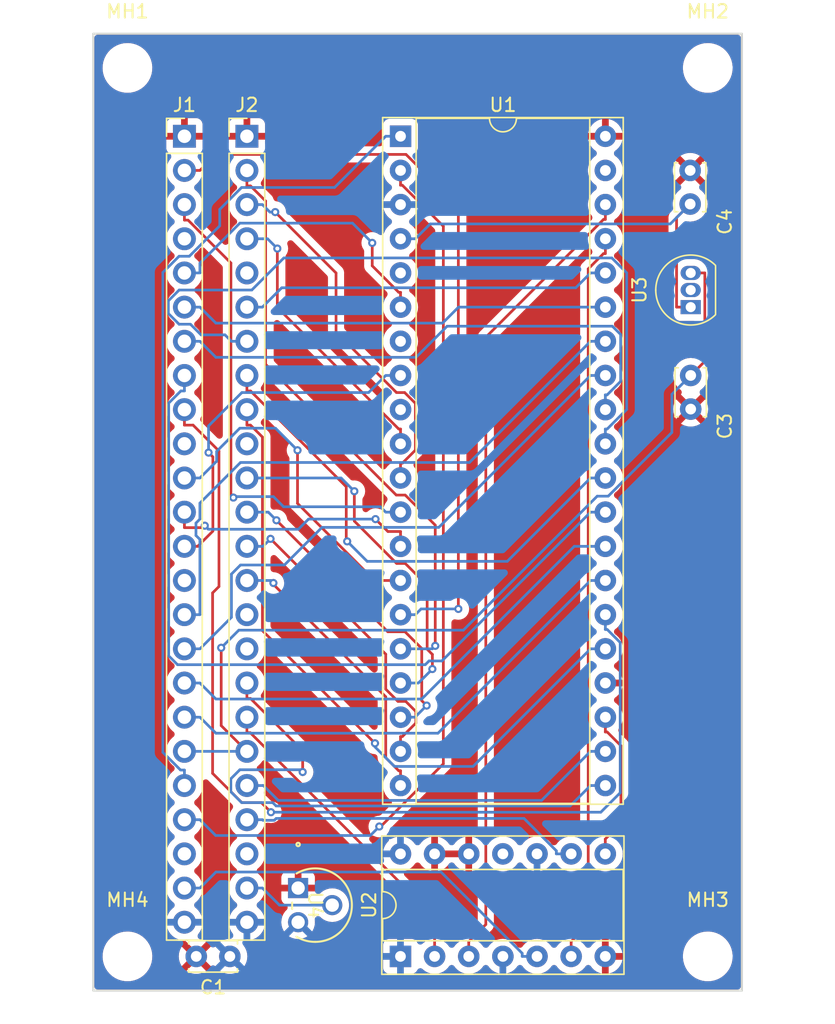
<source format=kicad_pcb>
(kicad_pcb (version 20221018) (generator pcbnew)
  (title_block (title "BionicF3850") (date "2023-12-16") (rev "3"))
  (layers (0 "F.Cu" signal) (31 "B.Cu" signal) (34 "B.Paste" user) (35 "F.Paste" user) (36 "B.SilkS" user "B.Silkscreen") (37 "F.SilkS" user "F.Silkscreen") (38 "B.Mask" user) (39 "F.Mask" user) (44 "Edge.Cuts" user))
  (net 0 "")
  (net 1 "VCC")
  (net 2 "GND")
  (net 3 "/P53")
  (net 4 "/P26")
  (net 5 "Net-(U1-VGG)")
  (net 6 "/P27")
  (net 7 "/P46")
  (net 9 "/+15V")
  (net 10 "/P24")
  (net 11 "/P23")
  (net 12 "/P22")
  (net 13 "/P21")
  (net 14 "/P20")
  (net 15 "/P34")
  (net 17 "/P35")
  (net 18 "/P17")
  (net 19 "/P36")
  (net 20 "/P16")
  (net 21 "/P47")
  (net 22 "/P15")
  (net 23 "/P40")
  (net 24 "/P14")
  (net 25 "/P41")
  (net 26 "/P13")
  (net 27 "/P42")
  (net 28 "/P12")
  (net 29 "/P11")
  (net 30 "/P10")
  (net 31 "/P33")
  (net 32 "/P32")
  (net 33 "/P31")
  (net 34 "/P30")
  (net 35 "/P55")
  (net 36 "/P37")
  (net 37 "/P25")
  (net 38 "/P54")
  (net 39 "/P50")
  (net 40 "/P43")
  (net 41 "Net-(U1-~{INTREQ})")
  (net 42 "Net-(U1-~{EXTRES})")
  (net 43 "Net-(U1-XTLY)")
  (net 46 "/P51")
  (net 47 "Net-(J2-P57)")
  (footprint "MountingHole:MountingHole_3.2mm_M3" (layer "F.Cu") (at 101 70)
    (fp_text reference "MH1" (at 0 -4.2) (layer "F.SilkS"))
    (fp_text value "MountingHole_3.2mm_M3")
    (pad "" np_thru_hole circle (at 0 0) (size 3.2 3.2) (drill 3.2) (layers "*.Cu" "*.Mask"))
  )
  (footprint "MountingHole:MountingHole_3.2mm_M3" (layer "F.Cu") (at 144.18 70)
    (fp_text reference "MH2" (at 0 -4.2) (layer "F.SilkS"))
    (fp_text value "MountingHole_3.2mm_M3")
    (pad "" np_thru_hole circle (at 0 0) (size 3.2 3.2) (drill 3.2) (layers "*.Cu" "*.Mask"))
  )
  (footprint "MountingHole:MountingHole_3.2mm_M3" (layer "F.Cu") (at 144.18 136.04)
    (fp_text reference "MH3" (at 0 -4.2) (layer "F.SilkS"))
    (fp_text value "MountingHole_3.2mm_M3")
    (pad "" np_thru_hole circle (at 0 0) (size 3.2 3.2) (drill 3.2) (layers "*.Cu" "*.Mask"))
  )
  (footprint "MountingHole:MountingHole_3.2mm_M3" (layer "F.Cu") (at 101 136.04)
    (fp_text reference "MH4" (at 0 -4.2) (layer "F.SilkS"))
    (fp_text value "MountingHole_3.2mm_M3")
    (pad "" np_thru_hole circle (at 0 0) (size 3.2 3.2) (drill 3.2) (layers "*.Cu" "*.Mask"))
  )
  (footprint "Package_DIP:DIP-14_W7.62mm_Socket" (layer "F.Cu") (at 121.315 136.04 90)
    (fp_text reference "U2" (at 3.81 -2.33 90) (layer "F.SilkS"))
    (fp_text value "74HCT126")
    (pad "1" thru_hole rect (at 0 0 90) (size 1.6 1.6) (drill 0.8) (layers "*.Cu" "*.Mask") (net 1 "VCC"))
    (pad "2" thru_hole oval (at 0 2.54 90) (size 1.6 1.6) (drill 0.8) (layers "*.Cu" "*.Mask") (net 21 "/P47"))
    (pad "3" thru_hole oval (at 0 5.08 90) (size 1.6 1.6) (drill 0.8) (layers "*.Cu" "*.Mask") (net 43 "Net-(U1-XTLY)"))
    (pad "4" thru_hole oval (at 0 7.62 90) (size 1.6 1.6) (drill 0.8) (layers "*.Cu" "*.Mask") (net 1 "VCC"))
    (pad "5" thru_hole oval (at 0 10.16 90) (size 1.6 1.6) (drill 0.8) (layers "*.Cu" "*.Mask") (net 3 "/P53"))
    (pad "6" thru_hole oval (at 0 12.7 90) (size 1.6 1.6) (drill 0.8) (layers "*.Cu" "*.Mask") (net 42 "Net-(U1-~{EXTRES})"))
    (pad "7" thru_hole oval (at 0 15.24 90) (size 1.6 1.6) (drill 0.8) (layers "*.Cu" "*.Mask") (net 2 "GND"))
    (pad "8" thru_hole oval (at 7.62 15.24 90) (size 1.6 1.6) (drill 0.8) (layers "*.Cu" "*.Mask") (net 41 "Net-(U1-~{INTREQ})"))
    (pad "9" thru_hole oval (at 7.62 12.7 90) (size 1.6 1.6) (drill 0.8) (layers "*.Cu" "*.Mask") (net 35 "/P55"))
    (pad "10" thru_hole oval (at 7.62 10.16 90) (size 1.6 1.6) (drill 0.8) (layers "*.Cu" "*.Mask") (net 1 "VCC"))
    (pad "11" thru_hole oval (at 7.62 7.62 90) (size 1.6 1.6) (drill 0.8) (layers "*.Cu" "*.Mask"))
    (pad "12" thru_hole oval (at 7.62 5.08 90) (size 1.6 1.6) (drill 0.8) (layers "*.Cu" "*.Mask") (net 2 "GND"))
    (pad "13" thru_hole oval (at 7.62 2.54 90) (size 1.6 1.6) (drill 0.8) (layers "*.Cu" "*.Mask") (net 2 "GND"))
    (pad "14" thru_hole oval (at 7.62 0 90) (size 1.6 1.6) (drill 0.8) (layers "*.Cu" "*.Mask") (net 1 "VCC"))
  )
  (footprint "Capacitor_THT:C_Disc_D3.4mm_W2.1mm_P2.50mm" (layer "F.Cu") (at 108.62 136.04 180)
    (fp_text reference "C1" (at 1.25 -2.3) (layer "F.SilkS"))
    (fp_text value "0.1u")
    (pad "1" thru_hole circle (at 0 0 180) (size 1.6 1.6) (drill 0.8) (layers "*.Cu" "*.Mask") (net 1 "VCC"))
    (pad "2" thru_hole circle (at 2.5 0 180) (size 1.6 1.6) (drill 0.8) (layers "*.Cu" "*.Mask") (net 2 "GND"))
  )
  (footprint "0-LocalLibrary:TO-92_MC_MCH" (layer "F.Cu") (at 113.7 130.96 -90)
    (fp_text reference "U4" (at 1.27 -1.27 -90 unlocked) (layer "F.SilkS"))
    (fp_text value "11AA010-I/TO")
    (pad "1" thru_hole rect (at 0 0 270) (size 1.4986 1.4986) (drill 0.9906) (layers "*.Cu" "*.Mask") (net 2 "GND"))
    (pad "2" thru_hole circle (at 1.27 -2.54 270) (size 1.4986 1.4986) (drill 0.9906) (layers "*.Cu" "*.Mask") (net 47 "Net-(J2-P57)"))
    (pad "3" thru_hole circle (at 2.54 0 270) (size 1.4986 1.4986) (drill 0.9906) (layers "*.Cu" "*.Mask") (net 1 "VCC"))
  )
  (footprint "Capacitor_THT:C_Disc_D3.4mm_W2.1mm_P2.50mm" (layer "F.Cu") (at 142.87 80.12 90)
    (fp_text reference "C4" (at -1.31 2.58 90) (layer "F.SilkS"))
    (fp_text value "0.1u")
    (pad "1" thru_hole circle (at 0 0 90) (size 1.6 1.6) (drill 0.8) (layers "*.Cu" "*.Mask") (net 5 "Net-(U1-VGG)"))
    (pad "2" thru_hole circle (at 2.5 0 90) (size 1.6 1.6) (drill 0.8) (layers "*.Cu" "*.Mask") (net 2 "GND"))
  )
  (footprint "Capacitor_THT:C_Disc_D3.4mm_W2.1mm_P2.50mm" (layer "F.Cu") (at 142.91 92.86 -90)
    (fp_text reference "C3" (at 3.77 -2.54 90) (layer "F.SilkS"))
    (fp_text value "0.33u")
    (pad "1" thru_hole circle (at 0 0 270) (size 1.6 1.6) (drill 0.8) (layers "*.Cu" "*.Mask") (net 9 "/+15V"))
    (pad "2" thru_hole circle (at 2.5 0 270) (size 1.6 1.6) (drill 0.8) (layers "*.Cu" "*.Mask") (net 2 "GND"))
  )
  (footprint "connector:Bionic-P135_Vertical" (layer "F.Cu") (at 105.24 75.08)
    (fp_text reference "J1" (at 0 -2.33) (layer "F.SilkS"))
    (fp_text value "Bionic-P135")
    (pad "1" thru_hole rect (at 0 0) (size 1.7 1.7) (drill 1) (layers "*.Cu" "*.Mask") (net 2 "GND"))
    (pad "2" thru_hole oval (at 0 2.54) (size 1.7 1.7) (drill 1) (layers "*.Cu" "*.Mask") (net 30 "/P10"))
    (pad "3" thru_hole oval (at 0 5.08) (size 1.7 1.7) (drill 1) (layers "*.Cu" "*.Mask") (net 29 "/P11"))
    (pad "4" thru_hole oval (at 0 7.62) (size 1.7 1.7) (drill 1) (layers "*.Cu" "*.Mask") (net 28 "/P12"))
    (pad "5" thru_hole oval (at 0 10.16) (size 1.7 1.7) (drill 1) (layers "*.Cu" "*.Mask") (net 26 "/P13"))
    (pad "6" thru_hole oval (at 0 12.7) (size 1.7 1.7) (drill 1) (layers "*.Cu" "*.Mask") (net 24 "/P14"))
    (pad "7" thru_hole oval (at 0 15.24) (size 1.7 1.7) (drill 1) (layers "*.Cu" "*.Mask") (net 22 "/P15"))
    (pad "8" thru_hole oval (at 0 17.78) (size 1.7 1.7) (drill 1) (layers "*.Cu" "*.Mask") (net 20 "/P16"))
    (pad "9" thru_hole oval (at 0 20.32) (size 1.7 1.7) (drill 1) (layers "*.Cu" "*.Mask") (net 18 "/P17"))
    (pad "10" thru_hole oval (at 0 22.86) (size 1.7 1.7) (drill 1) (layers "*.Cu" "*.Mask"))
    (pad "11" thru_hole oval (at 0 25.4) (size 1.7 1.7) (drill 1) (layers "*.Cu" "*.Mask") (net 34 "/P30"))
    (pad "12" thru_hole oval (at 0 27.94) (size 1.7 1.7) (drill 1) (layers "*.Cu" "*.Mask") (net 33 "/P31"))
    (pad "13" thru_hole oval (at 0 30.48) (size 1.7 1.7) (drill 1) (layers "*.Cu" "*.Mask") (net 32 "/P32"))
    (pad "14" thru_hole oval (at 0 33.02) (size 1.7 1.7) (drill 1) (layers "*.Cu" "*.Mask") (net 31 "/P33"))
    (pad "15" thru_hole oval (at 0 35.56) (size 1.7 1.7) (drill 1) (layers "*.Cu" "*.Mask") (net 15 "/P34"))
    (pad "16" thru_hole oval (at 0 38.1) (size 1.7 1.7) (drill 1) (layers "*.Cu" "*.Mask") (net 17 "/P35"))
    (pad "17" thru_hole oval (at 0 40.64) (size 1.7 1.7) (drill 1) (layers "*.Cu" "*.Mask") (net 19 "/P36"))
    (pad "18" thru_hole oval (at 0 43.18) (size 1.7 1.7) (drill 1) (layers "*.Cu" "*.Mask") (net 36 "/P37"))
    (pad "19" thru_hole oval (at 0 45.72) (size 1.7 1.7) (drill 1) (layers "*.Cu" "*.Mask") (net 9 "/+15V"))
    (pad "20" thru_hole oval (at 0 48.26) (size 1.7 1.7) (drill 1) (layers "*.Cu" "*.Mask") (net 39 "/P50"))
    (pad "21" thru_hole oval (at 0 50.8) (size 1.7 1.7) (drill 1) (layers "*.Cu" "*.Mask") (net 46 "/P51"))
    (pad "22" thru_hole oval (at 0 53.34) (size 1.7 1.7) (drill 1) (layers "*.Cu" "*.Mask"))
    (pad "23" thru_hole oval (at 0 55.88) (size 1.7 1.7) (drill 1) (layers "*.Cu" "*.Mask") (net 3 "/P53"))
    (pad "24" thru_hole oval (at 0 58.42) (size 1.7 1.7) (drill 1) (layers "*.Cu" "*.Mask") (net 1 "VCC"))
  )
  (footprint "Package_TO_SOT_THT:TO-92_Inline" (layer "F.Cu") (at 142.91 87.78 90)
    (fp_text reference "U3" (at 1.27 -3.81 90) (layer "F.SilkS"))
    (fp_text value "LM78L12")
    (pad "1" thru_hole rect (at 0 0 90) (size 1.05 1.5) (drill 0.75) (layers "*.Cu" "*.Mask") (net 5 "Net-(U1-VGG)"))
    (pad "2" thru_hole oval (at 1.27 0 90) (size 1.05 1.5) (drill 0.75) (layers "*.Cu" "*.Mask") (net 2 "GND"))
    (pad "3" thru_hole oval (at 2.54 0 90) (size 1.05 1.5) (drill 0.75) (layers "*.Cu" "*.Mask") (net 9 "/+15V"))
  )
  (footprint "connector:Bionic-P245_Vertical" (layer "F.Cu") (at 109.89 75.08)
    (fp_text reference "J2" (at 0 -2.33) (layer "F.SilkS"))
    (fp_text value "Bionic-P245")
    (pad "25" thru_hole oval (at 0 58.42) (size 1.7 1.7) (drill 1) (layers "*.Cu" "*.Mask") (net 1 "VCC"))
    (pad "26" thru_hole oval (at 0 55.88) (size 1.7 1.7) (drill 1) (layers "*.Cu" "*.Mask") (net 47 "Net-(J2-P57)"))
    (pad "27" thru_hole oval (at 0 53.34) (size 1.7 1.7) (drill 1) (layers "*.Cu" "*.Mask"))
    (pad "28" thru_hole oval (at 0 50.8) (size 1.7 1.7) (drill 1) (layers "*.Cu" "*.Mask") (net 35 "/P55"))
    (pad "29" thru_hole oval (at 0 48.26) (size 1.7 1.7) (drill 1) (layers "*.Cu" "*.Mask") (net 38 "/P54"))
    (pad "30" thru_hole oval (at 0 45.72) (size 1.7 1.7) (drill 1) (layers "*.Cu" "*.Mask") (net 9 "/+15V"))
    (pad "31" thru_hole oval (at 0 43.18) (size 1.7 1.7) (drill 1) (layers "*.Cu" "*.Mask") (net 21 "/P47"))
    (pad "32" thru_hole oval (at 0 40.64) (size 1.7 1.7) (drill 1) (layers "*.Cu" "*.Mask") (net 7 "/P46"))
    (pad "33" thru_hole oval (at 0 38.1) (size 1.7 1.7) (drill 1) (layers "*.Cu" "*.Mask"))
    (pad "34" thru_hole oval (at 0 35.56) (size 1.7 1.7) (drill 1) (layers "*.Cu" "*.Mask"))
    (pad "35" thru_hole oval (at 0 33.02) (size 1.7 1.7) (drill 1) (layers "*.Cu" "*.Mask") (net 40 "/P43"))
    (pad "36" thru_hole oval (at 0 30.48) (size 1.7 1.7) (drill 1) (layers "*.Cu" "*.Mask") (net 27 "/P42"))
    (pad "37" thru_hole oval (at 0 27.94) (size 1.7 1.7) (drill 1) (layers "*.Cu" "*.Mask") (net 25 "/P41"))
    (pad "38" thru_hole oval (at 0 25.4) (size 1.7 1.7) (drill 1) (layers "*.Cu" "*.Mask") (net 23 "/P40"))
    (pad "39" thru_hole oval (at 0 22.86) (size 1.7 1.7) (drill 1) (layers "*.Cu" "*.Mask"))
    (pad "40" thru_hole oval (at 0 20.32) (size 1.7 1.7) (drill 1) (layers "*.Cu" "*.Mask") (net 6 "/P27"))
    (pad "41" thru_hole oval (at 0 17.78) (size 1.7 1.7) (drill 1) (layers "*.Cu" "*.Mask") (net 4 "/P26"))
    (pad "42" thru_hole oval (at 0 15.24) (size 1.7 1.7) (drill 1) (layers "*.Cu" "*.Mask") (net 37 "/P25"))
    (pad "43" thru_hole oval (at 0 12.7) (size 1.7 1.7) (drill 1) (layers "*.Cu" "*.Mask") (net 10 "/P24"))
    (pad "44" thru_hole oval (at 0 10.16) (size 1.7 1.7) (drill 1) (layers "*.Cu" "*.Mask") (net 11 "/P23"))
    (pad "45" thru_hole oval (at 0 7.62) (size 1.7 1.7) (drill 1) (layers "*.Cu" "*.Mask") (net 12 "/P22"))
    (pad "46" thru_hole oval (at 0 5.08) (size 1.7 1.7) (drill 1) (layers "*.Cu" "*.Mask") (net 13 "/P21"))
    (pad "47" thru_hole oval (at 0 2.54) (size 1.7 1.7) (drill 1) (layers "*.Cu" "*.Mask") (net 14 "/P20"))
    (pad "48" thru_hole rect (at 0 0) (size 1.7 1.7) (drill 1) (layers "*.Cu" "*.Mask") (net 2 "GND"))
  )
  (footprint "Package_DIP:DIP-40_W15.24mm_Socket" (layer "F.Cu") (at 121.32 75.08)
    (fp_text reference "U1" (at 7.62 -2.33) (layer "F.SilkS"))
    (fp_text value "F3850")
    (pad "1" thru_hole rect (at 0 0) (size 1.6 1.6) (drill 0.8) (layers "*.Cu" "*.Mask") (net 39 "/P50"))
    (pad "2" thru_hole oval (at 0 2.54) (size 1.6 1.6) (drill 0.8) (layers "*.Cu" "*.Mask") (net 46 "/P51"))
    (pad "3" thru_hole oval (at 0 5.08) (size 1.6 1.6) (drill 0.8) (layers "*.Cu" "*.Mask") (net 1 "VCC"))
    (pad "4" thru_hole oval (at 0 7.62) (size 1.6 1.6) (drill 0.8) (layers "*.Cu" "*.Mask") (net 5 "Net-(U1-VGG)"))
    (pad "5" thru_hole oval (at 0 10.16) (size 1.6 1.6) (drill 0.8) (layers "*.Cu" "*.Mask") (net 11 "/P23"))
    (pad "6" thru_hole oval (at 0 12.7) (size 1.6 1.6) (drill 0.8) (layers "*.Cu" "*.Mask") (net 26 "/P13"))
    (pad "7" thru_hole oval (at 0 15.24) (size 1.6 1.6) (drill 0.8) (layers "*.Cu" "*.Mask") (net 31 "/P33"))
    (pad "8" thru_hole oval (at 0 17.78) (size 1.6 1.6) (drill 0.8) (layers "*.Cu" "*.Mask") (net 32 "/P32"))
    (pad "9" thru_hole oval (at 0 20.32) (size 1.6 1.6) (drill 0.8) (layers "*.Cu" "*.Mask") (net 28 "/P12"))
    (pad "10" thru_hole oval (at 0 22.86) (size 1.6 1.6) (drill 0.8) (layers "*.Cu" "*.Mask") (net 12 "/P22"))
    (pad "11" thru_hole oval (at 0 25.4) (size 1.6 1.6) (drill 0.8) (layers "*.Cu" "*.Mask") (net 13 "/P21"))
    (pad "12" thru_hole oval (at 0 27.94) (size 1.6 1.6) (drill 0.8) (layers "*.Cu" "*.Mask") (net 29 "/P11"))
    (pad "13" thru_hole oval (at 0 30.48) (size 1.6 1.6) (drill 0.8) (layers "*.Cu" "*.Mask") (net 33 "/P31"))
    (pad "14" thru_hole oval (at 0 33.02) (size 1.6 1.6) (drill 0.8) (layers "*.Cu" "*.Mask") (net 34 "/P30"))
    (pad "15" thru_hole oval (at 0 35.56) (size 1.6 1.6) (drill 0.8) (layers "*.Cu" "*.Mask") (net 30 "/P10"))
    (pad "16" thru_hole oval (at 0 38.1) (size 1.6 1.6) (drill 0.8) (layers "*.Cu" "*.Mask") (net 14 "/P20"))
    (pad "17" thru_hole oval (at 0 40.64) (size 1.6 1.6) (drill 0.8) (layers "*.Cu" "*.Mask") (net 23 "/P40"))
    (pad "18" thru_hole oval (at 0 43.18) (size 1.6 1.6) (drill 0.8) (layers "*.Cu" "*.Mask") (net 25 "/P41"))
    (pad "19" thru_hole oval (at 0 45.72) (size 1.6 1.6) (drill 0.8) (layers "*.Cu" "*.Mask") (net 27 "/P42"))
    (pad "20" thru_hole oval (at 0 48.26) (size 1.6 1.6) (drill 0.8) (layers "*.Cu" "*.Mask") (net 40 "/P43"))
    (pad "21" thru_hole oval (at 15.24 48.26) (size 1.6 1.6) (drill 0.8) (layers "*.Cu" "*.Mask") (net 7 "/P46"))
    (pad "22" thru_hole oval (at 15.24 45.72) (size 1.6 1.6) (drill 0.8) (layers "*.Cu" "*.Mask") (net 38 "/P54"))
    (pad "23" thru_hole oval (at 15.24 43.18) (size 1.6 1.6) (drill 0.8) (layers "*.Cu" "*.Mask") (net 41 "Net-(U1-~{INTREQ})"))
    (pad "24" thru_hole oval (at 15.24 40.64) (size 1.6 1.6) (drill 0.8) (layers "*.Cu" "*.Mask") (net 2 "GND"))
    (pad "25" thru_hole oval (at 15.24 38.1) (size 1.6 1.6) (drill 0.8) (layers "*.Cu" "*.Mask") (net 6 "/P27"))
    (pad "26" thru_hole oval (at 15.24 35.56) (size 1.6 1.6) (drill 0.8) (layers "*.Cu" "*.Mask") (net 18 "/P17"))
    (pad "27" thru_hole oval (at 15.24 33.02) (size 1.6 1.6) (drill 0.8) (layers "*.Cu" "*.Mask") (net 36 "/P37"))
    (pad "28" thru_hole oval (at 15.24 30.48) (size 1.6 1.6) (drill 0.8) (layers "*.Cu" "*.Mask") (net 19 "/P36"))
    (pad "29" thru_hole oval (at 15.24 27.94) (size 1.6 1.6) (drill 0.8) (layers "*.Cu" "*.Mask") (net 20 "/P16"))
    (pad "30" thru_hole oval (at 15.24 25.4) (size 1.6 1.6) (drill 0.8) (layers "*.Cu" "*.Mask") (net 4 "/P26"))
    (pad "31" thru_hole oval (at 15.24 22.86) (size 1.6 1.6) (drill 0.8) (layers "*.Cu" "*.Mask") (net 37 "/P25"))
    (pad "32" thru_hole oval (at 15.24 20.32) (size 1.6 1.6) (drill 0.8) (layers "*.Cu" "*.Mask") (net 22 "/P15"))
    (pad "33" thru_hole oval (at 15.24 17.78) (size 1.6 1.6) (drill 0.8) (layers "*.Cu" "*.Mask") (net 17 "/P35"))
    (pad "34" thru_hole oval (at 15.24 15.24) (size 1.6 1.6) (drill 0.8) (layers "*.Cu" "*.Mask") (net 15 "/P34"))
    (pad "35" thru_hole oval (at 15.24 12.7) (size 1.6 1.6) (drill 0.8) (layers "*.Cu" "*.Mask") (net 24 "/P14"))
    (pad "36" thru_hole oval (at 15.24 10.16) (size 1.6 1.6) (drill 0.8) (layers "*.Cu" "*.Mask") (net 10 "/P24"))
    (pad "37" thru_hole oval (at 15.24 7.62) (size 1.6 1.6) (drill 0.8) (layers "*.Cu" "*.Mask") (net 42 "Net-(U1-~{EXTRES})"))
    (pad "38" thru_hole oval (at 15.24 5.08) (size 1.6 1.6) (drill 0.8) (layers "*.Cu" "*.Mask") (net 43 "Net-(U1-XTLY)"))
    (pad "39" thru_hole oval (at 15.24 2.54) (size 1.6 1.6) (drill 0.8) (layers "*.Cu" "*.Mask"))
    (pad "40" thru_hole oval (at 15.24 0) (size 1.6 1.6) (drill 0.8) (layers "*.Cu" "*.Mask") (net 2 "GND"))
  )
  (gr_line (start 98.46 138.58) (end 98.46 67.46) (stroke (width 0.15)) (layer "Edge.Cuts"))
  (gr_line (start 146.72 138.58) (end 98.46 138.58) (stroke (width 0.15)) (layer "Edge.Cuts"))
  (gr_line (start 146.72 67.46) (end 146.72 138.58) (stroke (width 0.15)) (layer "Edge.Cuts"))
  (gr_line (start 98.46 67.46) (end 146.72 67.46) (stroke (width 0.15)) (layer "Edge.Cuts"))
  (segment (start 131.475 136.04) (end 130.3731 136.04) (width 0.2) (layer "B.Cu") (net 3))
  (segment (start 130.3731 135.8117) (end 130.3731 136.04) (width 0.2) (layer "B.Cu") (net 3))
  (segment (start 107.5825 129.7694) (end 124.3308 129.7694) (width 0.2) (layer "B.Cu") (net 3))
  (segment (start 124.3308 129.7694) (end 130.3731 135.8117) (width 0.2) (layer "B.Cu") (net 3))
  (segment (start 105.24 130.96) (end 106.3919 130.96) (width 0.2) (layer "B.Cu") (net 3))
  (segment (start 106.3919 130.96) (end 107.5825 129.7694) (width 0.2) (layer "B.Cu") (net 3))
  (segment (start 109.89 92.86) (end 109.89 94.0119) (width 0.2) (layer "F.Cu") (net 4))
  (segment (start 117.2804 101.1338) (end 117.2804 105.1205) (width 0.2) (layer "F.Cu") (net 4))
  (segment (start 110.1585 94.0119) (end 117.2804 101.1338) (width 0.2) (layer "F.Cu") (net 4))
  (segment (start 117.2804 105.1205) (end 117.3505 105.1906) (width 0.2) (layer "F.Cu") (net 4))
  (segment (start 109.89 94.0119) (end 110.1585 94.0119) (width 0.2) (layer "F.Cu") (net 4))
  (via (at 117.3505 105.1906) (size 0.6) (drill 0.3) (layers "F.Cu" "B.Cu") (net 4))
  (segment (start 135.4581 100.48) (end 129.2618 106.6763) (width 0.2) (layer "B.Cu") (net 4))
  (segment (start 118.8362 106.6763) (end 117.3505 105.1906) (width 0.2) (layer "B.Cu") (net 4))
  (segment (start 129.2618 106.6763) (end 118.8362 106.6763) (width 0.2) (layer "B.Cu") (net 4))
  (segment (start 136.56 100.48) (end 135.4581 100.48) (width 0.2) (layer "B.Cu") (net 4))
  (segment (start 142.91 87.78) (end 141.8581 87.78) (width 0.2) (layer "F.Cu") (net 5))
  (segment (start 141.8581 87.78) (end 141.8581 81.1319) (width 0.2) (layer "F.Cu") (net 5))
  (segment (start 141.8581 81.1319) (end 142.87 80.12) (width 0.2) (layer "F.Cu") (net 5))
  (segment (start 141.3919 81.5981) (end 142.87 80.12) (width 0.2) (layer "B.Cu") (net 5))
  (segment (start 121.32 82.7) (end 122.4219 82.7) (width 0.2) (layer "B.Cu") (net 5))
  (segment (start 123.5238 81.5981) (end 141.3919 81.5981) (width 0.2) (layer "B.Cu") (net 5))
  (segment (start 122.4219 82.7) (end 123.5238 81.5981) (width 0.2) (layer "B.Cu") (net 5))
  (segment (start 111.044 97.4374) (end 110.1585 96.5519) (width 0.2) (layer "F.Cu") (net 6))
  (segment (start 110.1585 96.5519) (end 109.89 96.5519) (width 0.2) (layer "F.Cu") (net 6))
  (segment (start 109.89 95.4) (end 109.89 96.5519) (width 0.2) (layer "F.Cu") (net 6))
  (segment (start 119.4171 120.2002) (end 111.044 111.8271) (width 0.2) (layer "F.Cu") (net 6))
  (segment (start 111.044 111.8271) (end 111.044 97.4374) (width 0.2) (layer "F.Cu") (net 6))
  (via (at 119.4171 120.2002) (size 0.6) (drill 0.3) (layers "F.Cu" "B.Cu") (net 6))
  (segment (start 135.4581 113.18) (end 126.7186 121.9195) (width 0.2) (layer "B.Cu") (net 6))
  (segment (start 120.8696 121.9195) (end 119.4171 120.467) (width 0.2) (layer "B.Cu") (net 6))
  (segment (start 136.56 113.18) (end 135.4581 113.18) (width 0.2) (layer "B.Cu") (net 6))
  (segment (start 126.7186 121.9195) (end 120.8696 121.9195) (width 0.2) (layer "B.Cu") (net 6))
  (segment (start 119.4171 120.467) (end 119.4171 120.2002) (width 0.2) (layer "B.Cu") (net 6))
  (segment (start 110.1585 116.8719) (end 109.89 116.8719) (width 0.2) (layer "F.Cu") (net 7))
  (segment (start 109.89 115.72) (end 109.89 116.8719) (width 0.2) (layer "F.Cu") (net 7))
  (segment (start 114.0383 120.7517) (end 110.1585 116.8719) (width 0.2) (layer "F.Cu") (net 7))
  (segment (start 114.0383 122.3356) (end 114.0383 120.7517) (width 0.2) (layer "F.Cu") (net 7))
  (via (at 114.0383 122.3356) (size 0.6) (drill 0.3) (layers "F.Cu" "B.Cu") (net 7))
  (segment (start 108.693 122.8374) (end 109.3637 122.1667) (width 0.2) (layer "B.Cu") (net 7))
  (segment (start 112.0651 124.861) (end 111.8141 124.61) (width 0.2) (layer "B.Cu") (net 7))
  (segment (start 109.4973 124.61) (end 108.693 123.8057) (width 0.2) (layer "B.Cu") (net 7))
  (segment (start 109.3637 122.1667) (end 113.8694 122.1667) (width 0.2) (layer "B.Cu") (net 7))
  (segment (start 108.693 123.8057) (end 108.693 122.8374) (width 0.2) (layer "B.Cu") (net 7))
  (segment (start 136.56 123.34) (end 135.4581 123.34) (width 0.2) (layer "B.Cu") (net 7))
  (segment (start 111.8141 124.61) (end 109.4973 124.61) (width 0.2) (layer "B.Cu") (net 7))
  (segment (start 113.8694 122.1667) (end 114.0383 122.3356) (width 0.2) (layer "B.Cu") (net 7))
  (segment (start 135.4581 123.34) (end 133.9371 124.861) (width 0.2) (layer "B.Cu") (net 7))
  (segment (start 133.9371 124.861) (end 112.0651 124.861) (width 0.2) (layer "B.Cu") (net 7))
  (segment (start 143.9619 85.24) (end 143.9619 91.8081) (width 0.2) (layer "F.Cu") (net 9))
  (segment (start 107.9759 118.8859) (end 107.9759 113.1014) (width 0.2) (layer "F.Cu") (net 9))
  (segment (start 142.91 85.24) (end 143.9619 85.24) (width 0.2) (layer "F.Cu") (net 9))
  (segment (start 143.9619 91.8081) (end 142.91 92.86) (width 0.2) (layer "F.Cu") (net 9))
  (segment (start 109.89 120.8) (end 107.9759 118.8859) (width 0.2) (layer "F.Cu") (net 9))
  (via (at 107.9759 113.1014) (size 0.6) (drill 0.3) (layers "F.Cu" "B.Cu") (net 9))
  (segment (start 109.89 120.8) (end 105.24 120.8) (width 0.2) (layer "B.Cu") (net 9))
  (segment (start 107.9759 113.1014) (end 109.2854 111.7919) (width 0.2) (layer "B.Cu") (net 9))
  (segment (start 135.9535 101.8325) (end 136.7719 101.8325) (width 0.2) (layer "B.Cu") (net 9))
  (segment (start 141.5104 97.094) (end 141.5104 94.2596) (width 0.2) (layer "B.Cu") (net 9))
  (segment (start 136.7719 101.8325) (end 141.5104 97.094) (width 0.2) (layer "B.Cu") (net 9))
  (segment (start 109.2854 111.7919) (end 125.9941 111.7919) (width 0.2) (layer "B.Cu") (net 9))
  (segment (start 125.9941 111.7919) (end 135.9535 101.8325) (width 0.2) (layer "B.Cu") (net 9))
  (segment (start 141.5104 94.2596) (end 142.91 92.86) (width 0.2) (layer "B.Cu") (net 9))
  (segment (start 109.89 87.78) (end 111.0419 87.78) (width 0.2) (layer "B.Cu") (net 10))
  (segment (start 134.3562 86.3419) (end 112.48 86.3419) (width 0.2) (layer "B.Cu") (net 10))
  (segment (start 136.56 85.24) (end 135.4581 85.24) (width 0.2) (layer "B.Cu") (net 10))
  (segment (start 112.48 86.3419) (end 111.0419 87.78) (width 0.2) (layer "B.Cu") (net 10))
  (segment (start 135.4581 85.24) (end 134.3562 86.3419) (width 0.2) (layer "B.Cu") (net 10))
  (segment (start 121.1823 96.8381) (end 112.1536 87.8094) (width 0.2) (layer "F.Cu") (net 12))
  (segment (start 121.32 97.94) (end 121.32 96.8381) (width 0.2) (layer "F.Cu") (net 12))
  (segment (start 121.32 96.8381) (end 121.1823 96.8381) (width 0.2) (layer "F.Cu") (net 12))
  (segment (start 112.1536 87.8094) (end 112.1536 83.4276) (width 0.2) (layer "F.Cu") (net 12))
  (via (at 112.1536 83.4276) (size 0.6) (drill 0.3) (layers "F.Cu" "B.Cu") (net 12))
  (segment (start 111.426 82.7) (end 111.0419 82.7) (width 0.2) (layer "B.Cu") (net 12))
  (segment (start 112.1536 83.4276) (end 111.426 82.7) (width 0.2) (layer "B.Cu") (net 12))
  (segment (start 109.89 82.7) (end 111.0419 82.7) (width 0.2) (layer "B.Cu") (net 12))
  (segment (start 122.4264 94.9295) (end 122.4264 98.4094) (width 0.2) (layer "F.Cu") (net 13))
  (segment (start 116.5207 89.6322) (end 121.0185 94.13) (width 0.2) (layer "F.Cu") (net 13))
  (segment (start 121.0185 94.13) (end 121.6269 94.13) (width 0.2) (layer "F.Cu") (net 13))
  (segment (start 121.32 100.48) (end 121.32 99.3781) (width 0.2) (layer "F.Cu") (net 13))
  (segment (start 121.6269 94.13) (end 122.4264 94.9295) (width 0.2) (layer "F.Cu") (net 13))
  (segment (start 111.9963 80.7161) (end 116.5207 85.2405) (width 0.2) (layer "F.Cu") (net 13))
  (segment (start 122.4264 98.4094) (end 121.4577 99.3781) (width 0.2) (layer "F.Cu") (net 13))
  (segment (start 121.4577 99.3781) (end 121.32 99.3781) (width 0.2) (layer "F.Cu") (net 13))
  (segment (start 116.5207 85.2405) (end 116.5207 89.6322) (width 0.2) (layer "F.Cu") (net 13))
  (via (at 111.9963 80.7161) (size 0.6) (drill 0.3) (layers "F.Cu" "B.Cu") (net 13))
  (segment (start 111.9963 80.7161) (end 111.598 80.7161) (width 0.2) (layer "B.Cu") (net 13))
  (segment (start 111.598 80.7161) (end 111.0419 80.16) (width 0.2) (layer "B.Cu") (net 13))
  (segment (start 109.89 80.16) (end 111.0419 80.16) (width 0.2) (layer "B.Cu") (net 13))
  (segment (start 123.902 103.9835) (end 123.902 112.9573) (width 0.2) (layer "F.Cu") (net 14))
  (segment (start 121.6685 101.75) (end 123.902 103.9835) (width 0.2) (layer "F.Cu") (net 14))
  (segment (start 111.2796 79.893) (end 111.2796 92.0273) (width 0.2) (layer "F.Cu") (net 14))
  (segment (start 111.2796 92.0273) (end 121.0023 101.75) (width 0.2) (layer "F.Cu") (net 14))
  (segment (start 121.0023 101.75) (end 121.6685 101.75) (width 0.2) (layer "F.Cu") (net 14))
  (segment (start 110.1585 78.7719) (end 111.2796 79.893) (width 0.2) (layer "F.Cu") (net 14))
  (segment (start 109.89 78.7719) (end 110.1585 78.7719) (width 0.2) (layer "F.Cu") (net 14))
  (segment (start 109.89 77.62) (end 109.89 78.7719) (width 0.2) (layer "F.Cu") (net 14))
  (via (at 123.902 112.9573) (size 0.6) (drill 0.3) (layers "F.Cu" "B.Cu") (net 14))
  (segment (start 123.6793 113.18) (end 123.902 112.9573) (width 0.2) (layer "B.Cu") (net 14))
  (segment (start 121.32 113.18) (end 123.6793 113.18) (width 0.2) (layer "B.Cu") (net 14))
  (segment (start 106.1 104.7546) (end 106.3919 105.0465) (width 0.2) (layer "B.Cu") (net 15))
  (segment (start 105.24 110.64) (end 106.3919 110.64) (width 0.2) (layer "B.Cu") (net 15))
  (segment (start 106.3919 103.5378) (end 106.1 103.8297) (width 0.2) (layer "B.Cu") (net 15))
  (segment (start 136.56 90.32) (end 135.4581 90.32) (width 0.2) (layer "B.Cu") (net 15))
  (segment (start 126.45 99.3281) (end 109.4128 99.3281) (width 0.2) (layer "B.Cu") (net 15))
  (segment (start 106.3919 102.349) (end 106.3919 103.5378) (width 0.2) (layer "B.Cu") (net 15))
  (segment (start 135.4581 90.32) (end 126.45 99.3281) (width 0.2) (layer "B.Cu") (net 15))
  (segment (start 106.3919 105.0465) (end 106.3919 110.64) (width 0.2) (layer "B.Cu") (net 15))
  (segment (start 106.1 103.8297) (end 106.1 104.7546) (width 0.2) (layer "B.Cu") (net 15))
  (segment (start 109.4128 99.3281) (end 106.3919 102.349) (width 0.2) (layer "B.Cu") (net 15))
  (segment (start 105.24 113.18) (end 106.3919 113.18) (width 0.2) (layer "B.Cu") (net 17))
  (segment (start 135.4581 92.86) (end 124.1667 104.1514) (width 0.2) (layer "B.Cu") (net 17))
  (segment (start 115.4763 104.1514) (end 112.6796 106.9481) (width 0.2) (layer "B.Cu") (net 17))
  (segment (start 112.6796 106.9481) (end 109.4128 106.9481) (width 0.2) (layer "B.Cu") (net 17))
  (segment (start 109.4128 106.9481) (end 108.7381 107.6228) (width 0.2) (layer "B.Cu") (net 17))
  (segment (start 108.7381 110.8338) (end 106.3919 113.18) (width 0.2) (layer "B.Cu") (net 17))
  (segment (start 124.1667 104.1514) (end 115.4763 104.1514) (width 0.2) (layer "B.Cu") (net 17))
  (segment (start 108.7381 107.6228) (end 108.7381 110.8338) (width 0.2) (layer "B.Cu") (net 17))
  (segment (start 136.56 92.86) (end 135.4581 92.86) (width 0.2) (layer "B.Cu") (net 17))
  (segment (start 107.3368 109.0209) (end 107.8109 108.5468) (width 0.2) (layer "F.Cu") (net 18))
  (segment (start 107.8109 108.5468) (end 107.8109 98.4768) (width 0.2) (layer "F.Cu") (net 18))
  (segment (start 105.24 95.4) (end 105.24 96.5519) (width 0.2) (layer "F.Cu") (net 18))
  (segment (start 111.6765 125.3236) (end 110.9629 124.61) (width 0.2) (layer "F.Cu") (net 18))
  (segment (start 110.9629 124.61) (end 109.5127 124.61) (width 0.2) (layer "F.Cu") (net 18))
  (segment (start 107.8109 98.4768) (end 105.886 96.5519) (width 0.2) (layer "F.Cu") (net 18))
  (segment (start 105.886 96.5519) (end 105.24 96.5519) (width 0.2) (layer "F.Cu") (net 18))
  (segment (start 109.5127 124.61) (end 107.3368 122.4341) (width 0.2) (layer "F.Cu") (net 18))
  (segment (start 107.3368 122.4341) (end 107.3368 109.0209) (width 0.2) (layer "F.Cu") (net 18))
  (via (at 111.6765 125.3236) (size 0.6) (drill 0.3) (layers "F.Cu" "B.Cu") (net 18))
  (segment (start 136.2205 125.3236) (end 111.6765 125.3236) (width 0.2) (layer "B.Cu") (net 18))
  (segment (start 136.6977 111.7419) (end 137.6635 112.7077) (width 0.2) (layer "B.Cu") (net 18))
  (segment (start 137.6635 112.7077) (end 137.6635 123.8806) (width 0.2) (layer "B.Cu") (net 18))
  (segment (start 136.56 110.64) (end 136.56 111.7419) (width 0.2) (layer "B.Cu") (net 18))
  (segment (start 137.6635 123.8806) (end 136.2205 125.3236) (width 0.2) (layer "B.Cu") (net 18))
  (segment (start 136.56 111.7419) (end 136.6977 111.7419) (width 0.2) (layer "B.Cu") (net 18))
  (segment (start 136.56 105.56) (end 135.4581 105.56) (width 0.2) (layer "B.Cu") (net 19))
  (segment (start 134.246 105.56) (end 122.8954 116.9106) (width 0.2) (layer "B.Cu") (net 19))
  (segment (start 107.5825 116.9106) (end 106.3919 115.72) (width 0.2) (layer "B.Cu") (net 19))
  (segment (start 135.4581 105.56) (end 134.246 105.56) (width 0.2) (layer "B.Cu") (net 19))
  (segment (start 122.8954 116.9106) (end 107.5825 116.9106) (width 0.2) (layer "B.Cu") (net 19))
  (segment (start 105.24 115.72) (end 106.3919 115.72) (width 0.2) (layer "B.Cu") (net 19))
  (segment (start 123.4393 114.08) (end 123.1619 114.3574) (width 0.2) (layer "B.Cu") (net 20))
  (segment (start 135.4581 103.02) (end 124.3981 114.08) (width 0.2) (layer "B.Cu") (net 20))
  (segment (start 124.3981 114.08) (end 123.4393 114.08) (width 0.2) (layer "B.Cu") (net 20))
  (segment (start 104.0692 94.9141) (end 104.9714 94.0119) (width 0.2) (layer "B.Cu") (net 20))
  (segment (start 104.9714 94.0119) (end 105.24 94.0119) (width 0.2) (layer "B.Cu") (net 20))
  (segment (start 105.24 92.86) (end 105.24 94.0119) (width 0.2) (layer "B.Cu") (net 20))
  (segment (start 104.0692 113.701) (end 104.0692 94.9141) (width 0.2) (layer "B.Cu") (net 20))
  (segment (start 123.1619 114.3574) (end 104.7256 114.3574) (width 0.2) (layer "B.Cu") (net 20))
  (segment (start 136.56 103.02) (end 135.4581 103.02) (width 0.2) (layer "B.Cu") (net 20))
  (segment (start 104.7256 114.3574) (end 104.0692 113.701) (width 0.2) (layer "B.Cu") (net 20))
  (segment (start 109.89 118.26) (end 109.89 119.4119) (width 0.2) (layer "F.Cu") (net 21))
  (segment (start 123.855 133.1303) (end 123.855 136.04) (width 0.2) (layer "F.Cu") (net 21))
  (segment (start 109.89 119.4119) (end 110.1366 119.4119) (width 0.2) (layer "F.Cu") (net 21))
  (segment (start 110.1366 119.4119) (end 123.855 133.1303) (width 0.2) (layer "F.Cu") (net 21))
  (segment (start 137.0815 89.1975) (end 137.6994 89.8154) (width 0.2) (layer "B.Cu") (net 22))
  (segment (start 136.6977 94.2981) (end 136.56 94.2981) (width 0.2) (layer "B.Cu") (net 22))
  (segment (start 124.7859 89.1975) (end 137.0815 89.1975) (width 0.2) (layer "B.Cu") (net 22))
  (segment (start 105.24 90.32) (end 106.3919 90.32) (width 0.2) (layer "B.Cu") (net 22))
  (segment (start 106.3919 90.32) (end 107.5825 91.5106) (width 0.2) (layer "B.Cu") (net 22))
  (segment (start 107.5825 91.5106) (end 122.4728 91.5106) (width 0.2) (layer "B.Cu") (net 22))
  (segment (start 136.56 95.4) (end 136.56 94.2981) (width 0.2) (layer "B.Cu") (net 22))
  (segment (start 137.6994 93.2964) (end 136.6977 94.2981) (width 0.2) (layer "B.Cu") (net 22))
  (segment (start 137.6994 89.8154) (end 137.6994 93.2964) (width 0.2) (layer "B.Cu") (net 22))
  (segment (start 122.4728 91.5106) (end 124.7859 89.1975) (width 0.2) (layer "B.Cu") (net 22))
  (segment (start 123.6884 113.5948) (end 123.3001 113.2065) (width 0.2) (layer "F.Cu") (net 23))
  (segment (start 123.3001 108.4633) (end 121.6668 106.83) (width 0.2) (layer "F.Cu") (net 23))
  (segment (start 123.6885 113.5948) (end 123.6884 113.5948) (width 0.2) (layer "F.Cu") (net 23))
  (segment (start 123.6885 114.6819) (end 123.6885 113.5948) (width 0.2) (layer "F.Cu") (net 23))
  (segment (start 121.0294 106.83) (end 117.8824 103.683) (width 0.2) (layer "F.Cu") (net 23))
  (segment (start 123.3001 113.2065) (end 123.3001 108.4633) (width 0.2) (layer "F.Cu") (net 23))
  (segment (start 117.8824 103.683) (end 117.8824 101.4653) (width 0.2) (layer "F.Cu") (net 23))
  (segment (start 121.6668 106.83) (end 121.0294 106.83) (width 0.2) (layer "F.Cu") (net 23))
  (via (at 123.6885 114.6819) (size 0.6) (drill 0.3) (layers "F.Cu" "B.Cu") (net 23))
  (via (at 117.8824 101.4653) (size 0.6) (drill 0.3) (layers "F.Cu" "B.Cu") (net 23))
  (segment (start 109.89 100.48) (end 111.0419 100.48) (width 0.2) (layer "B.Cu") (net 23))
  (segment (start 122.6504 115.72) (end 123.6885 114.6819) (width 0.2) (layer "B.Cu") (net 23))
  (segment (start 121.32 115.72) (end 122.6504 115.72) (width 0.2) (layer "B.Cu") (net 23))
  (segment (start 116.8971 100.48) (end 111.0419 100.48) (width 0.2) (layer "B.Cu") (net 23))
  (segment (start 117.8824 101.4653) (end 116.8971 100.48) (width 0.2) (layer "B.Cu") (net 23))
  (segment (start 125.6351 87.78) (end 124.446 88.9691) (width 0.2) (layer "B.Cu") (net 24))
  (segment (start 105.24 87.78) (end 106.3919 87.78) (width 0.2) (layer "B.Cu") (net 24))
  (segment (start 135.4581 87.78) (end 125.6351 87.78) (width 0.2) (layer "B.Cu") (net 24))
  (segment (start 136.56 87.78) (end 135.4581 87.78) (width 0.2) (layer "B.Cu") (net 24))
  (segment (start 107.581 88.9691) (end 106.3919 87.78) (width 0.2) (layer "B.Cu") (net 24))
  (segment (start 124.446 88.9691) (end 107.581 88.9691) (width 0.2) (layer "B.Cu") (net 24))
  (segment (start 122.8982 117.0321) (end 122.8982 113.153) (width 0.2) (layer "F.Cu") (net 25))
  (segment (start 122.8982 113.153) (end 121.6552 111.91) (width 0.2) (layer "F.Cu") (net 25))
  (segment (start 123.2616 117.3955) (end 122.8982 117.0321) (width 0.2) (layer "F.Cu") (net 25))
  (segment (start 120.3728 111.91) (end 112.0863 103.6235) (width 0.2) (layer "F.Cu") (net 25))
  (segment (start 121.6552 111.91) (end 120.3728 111.91) (width 0.2) (layer "F.Cu") (net 25))
  (via (at 123.2616 117.3955) (size 0.6) (drill 0.3) (layers "F.Cu" "B.Cu") (net 25))
  (via (at 112.0863 103.6235) (size 0.6) (drill 0.3) (layers "F.Cu" "B.Cu") (net 25))
  (segment (start 122.4219 118.26) (end 122.4219 118.2352) (width 0.2) (layer "B.Cu") (net 25))
  (segment (start 111.0419 103.02) (end 111.4828 103.02) (width 0.2) (layer "B.Cu") (net 25))
  (segment (start 122.4219 118.2352) (end 123.2616 117.3955) (width 0.2) (layer "B.Cu") (net 25))
  (segment (start 111.4828 103.02) (end 112.0863 103.6235) (width 0.2) (layer "B.Cu") (net 25))
  (segment (start 109.89 103.02) (end 111.0419 103.02) (width 0.2) (layer "B.Cu") (net 25))
  (segment (start 121.32 118.26) (end 122.4219 118.26) (width 0.2) (layer "B.Cu") (net 25))
  (segment (start 121.32 87.78) (end 121.32 86.6781) (width 0.2) (layer "F.Cu") (net 26))
  (segment (start 119.2142 84.71) (end 121.1823 86.6781) (width 0.2) (layer "F.Cu") (net 26))
  (segment (start 121.1823 86.6781) (end 121.32 86.6781) (width 0.2) (layer "F.Cu") (net 26))
  (segment (start 119.2142 83.007) (end 119.2142 84.71) (width 0.2) (layer "F.Cu") (net 26))
  (via (at 119.2142 83.007) (size 0.6) (drill 0.3) (layers "F.Cu" "B.Cu") (net 26))
  (segment (start 106.3919 84.5097) (end 109.3624 81.5392) (width 0.2) (layer "B.Cu") (net 26))
  (segment (start 106.3919 85.24) (end 106.3919 84.5097) (width 0.2) (layer "B.Cu") (net 26))
  (segment (start 117.7464 81.5392) (end 119.2142 83.007) (width 0.2) (layer "B.Cu") (net 26))
  (segment (start 105.24 85.24) (end 106.3919 85.24) (width 0.2) (layer "B.Cu") (net 26))
  (segment (start 109.3624 81.5392) (end 117.7464 81.5392) (width 0.2) (layer "B.Cu") (net 26))
  (segment (start 122.4597 117.8364) (end 121.7069 117.0836) (width 0.2) (layer "F.Cu") (net 27))
  (segment (start 121.4577 119.6981) (end 122.4597 118.6961) (width 0.2) (layer "F.Cu") (net 27))
  (segment (start 120.2181 113.5756) (end 111.6459 105.0034) (width 0.2) (layer "F.Cu") (net 27))
  (segment (start 120.2181 116.1765) (end 120.2181 113.5756) (width 0.2) (layer "F.Cu") (net 27))
  (segment (start 121.1252 117.0836) (end 120.2181 116.1765) (width 0.2) (layer "F.Cu") (net 27))
  (segment (start 121.32 120.8) (end 121.32 119.6981) (width 0.2) (layer "F.Cu") (net 27))
  (segment (start 122.4597 118.6961) (end 122.4597 117.8364) (width 0.2) (layer "F.Cu") (net 27))
  (segment (start 121.7069 117.0836) (end 121.1252 117.0836) (width 0.2) (layer "F.Cu") (net 27))
  (segment (start 121.32 119.6981) (end 121.4577 119.6981) (width 0.2) (layer "F.Cu") (net 27))
  (via (at 111.6459 105.0034) (size 0.6) (drill 0.3) (layers "F.Cu" "B.Cu") (net 27))
  (segment (start 111.0893 105.56) (end 109.89 105.56) (width 0.2) (layer "B.Cu") (net 27))
  (segment (start 111.6459 105.0034) (end 111.0893 105.56) (width 0.2) (layer "B.Cu") (net 27))
  (segment (start 108.6983 84.5017) (end 105.5085 81.3119) (width 0.2) (layer "F.Cu") (net 29))
  (segment (start 105.5085 81.3119) (end 105.24 81.3119) (width 0.2) (layer "F.Cu") (net 29))
  (segment (start 108.8817 101.9367) (end 108.6983 101.7533) (width 0.2) (layer "F.Cu") (net 29))
  (segment (start 105.24 80.16) (end 105.24 81.3119) (width 0.2) (layer "F.Cu") (net 29))
  (segment (start 108.6983 101.7533) (end 108.6983 84.5017) (width 0.2) (layer "F.Cu") (net 29))
  (via (at 108.8817 101.9367) (size 0.6) (drill 0.3) (layers "F.Cu" "B.Cu") (net 29))
  (segment (start 108.9529 101.8655) (end 108.8817 101.9367) (width 0.2) (layer "B.Cu") (net 29))
  (segment (start 121.32 103.02) (end 120.2181 103.02) (width 0.2) (layer "B.Cu") (net 29))
  (segment (start 120.2181 103.02) (end 119.8177 102.6196) (width 0.2) (layer "B.Cu") (net 29))
  (segment (start 119.8177 102.6196) (end 112.6152 102.6196) (width 0.2) (layer "B.Cu") (net 29))
  (segment (start 111.8611 101.8655) (end 108.9529 101.8655) (width 0.2) (layer "B.Cu") (net 29))
  (segment (start 112.6152 102.6196) (end 111.8611 101.8655) (width 0.2) (layer "B.Cu") (net 29))
  (segment (start 105.24 77.62) (end 106.3919 77.62) (width 0.2) (layer "F.Cu") (net 30))
  (segment (start 106.3919 77.62) (end 107.5825 76.4294) (width 0.2) (layer "F.Cu") (net 30))
  (segment (start 121.7274 76.4294) (end 125.6212 80.3232) (width 0.2) (layer "F.Cu") (net 30))
  (segment (start 125.6212 80.3232) (end 125.6212 110.2133) (width 0.2) (layer "F.Cu") (net 30))
  (segment (start 107.5825 76.4294) (end 121.7274 76.4294) (width 0.2) (layer "F.Cu") (net 30))
  (via (at 125.6212 110.2133) (size 0.6) (drill 0.3) (layers "F.Cu" "B.Cu") (net 30))
  (segment (start 125.6212 110.2133) (end 122.8486 110.2133) (width 0.2) (layer "B.Cu") (net 30))
  (segment (start 122.8486 110.2133) (end 122.4219 110.64) (width 0.2) (layer "B.Cu") (net 30))
  (segment (start 121.32 110.64) (end 122.4219 110.64) (width 0.2) (layer "B.Cu") (net 30))
  (segment (start 107.3567 104.4288) (end 106.2255 105.56) (width 0.2) (layer "F.Cu") (net 32))
  (segment (start 107.0358 98.5925) (end 107.3567 98.9134) (width 0.2) (layer "F.Cu") (net 32))
  (segment (start 105.24 105.56) (end 106.2255 105.56) (width 0.2) (layer "F.Cu") (net 32))
  (segment (start 107.3567 98.9134) (end 107.3567 104.4288) (width 0.2) (layer "F.Cu") (net 32))
  (via (at 107.0358 98.5925) (size 0.6) (drill 0.3) (layers "F.Cu" "B.Cu") (net 32))
  (segment (start 107.0358 96.6097) (end 107.0358 98.5925) (width 0.2) (layer "B.Cu") (net 32))
  (segment (start 118.9481 94.13) (end 109.5155 94.13) (width 0.2) (layer "B.Cu") (net 32))
  (segment (start 109.5155 94.13) (end 107.0358 96.6097) (width 0.2) (layer "B.Cu") (net 32))
  (segment (start 120.2181 92.86) (end 118.9481 94.13) (width 0.2) (layer "B.Cu") (net 32))
  (segment (start 121.32 92.86) (end 120.2181 92.86) (width 0.2) (layer "B.Cu") (net 32))
  (segment (start 105.24 103.02) (end 105.24 104.1719) (width 0.2) (layer "F.Cu") (net 33))
  (segment (start 121.32 104.4581) (end 120.3787 104.4581) (width 0.2) (layer "F.Cu") (net 33))
  (segment (start 106.6089 104.1719) (end 105.24 104.1719) (width 0.2) (layer "F.Cu") (net 33))
  (segment (start 121.32 105.56) (end 121.32 104.4581) (width 0.2) (layer "F.Cu") (net 33))
  (segment (start 106.7548 104.026) (end 106.6089 104.1719) (width 0.2) (layer "F.Cu") (net 33))
  (segment (start 120.3787 104.4581) (end 119.4561 103.5355) (width 0.2) (layer "F.Cu") (net 33))
  (via (at 106.7548 104.026) (size 0.6) (drill 0.3) (layers "F.Cu" "B.Cu") (net 33))
  (via (at 119.4561 103.5355) (size 0.6) (drill 0.3) (layers "F.Cu" "B.Cu") (net 33))
  (segment (start 119.4561 103.5355) (end 114.475 103.5355) (width 0.2) (layer "B.Cu") (net 33))
  (segment (start 114.475 103.5355) (end 113.7205 104.29) (width 0.2) (layer "B.Cu") (net 33))
  (segment (start 113.7205 104.29) (end 107.0188 104.29) (width 0.2) (layer "B.Cu") (net 33))
  (segment (start 107.0188 104.29) (end 106.7548 104.026) (width 0.2) (layer "B.Cu") (net 33))
  (segment (start 121.32 108.1) (end 119.3853 108.1) (width 0.2) (layer "F.Cu") (net 34))
  (segment (start 119.3853 108.1) (end 113.6542 102.3689) (width 0.2) (layer "F.Cu") (net 34))
  (segment (start 113.6542 102.3689) (end 113.6542 98.4211) (width 0.2) (layer "F.Cu") (net 34))
  (via (at 113.6542 98.4211) (size 0.6) (drill 0.3) (layers "F.Cu" "B.Cu") (net 34))
  (segment (start 107.6377 99.2342) (end 107.6377 98.5039) (width 0.2) (layer "B.Cu") (net 34))
  (segment (start 106.3919 100.48) (end 107.6377 99.2342) (width 0.2) (layer "B.Cu") (net 34))
  (segment (start 107.6377 98.5039) (end 109.3624 96.7792) (width 0.2) (layer "B.Cu") (net 34))
  (segment (start 109.3624 96.7792) (end 112.0123 96.7792) (width 0.2) (layer "B.Cu") (net 34))
  (segment (start 112.0123 96.7792) (end 113.6542 98.4211) (width 0.2) (layer "B.Cu") (net 34))
  (segment (start 105.24 100.48) (end 106.3919 100.48) (width 0.2) (layer "B.Cu") (net 34))
  (segment (start 130.5061 125.7847) (end 132.9131 128.1917) (width 0.2) (layer "B.Cu") (net 35))
  (segment (start 134.015 128.42) (end 132.9131 128.42) (width 0.2) (layer "B.Cu") (net 35))
  (segment (start 111.0419 125.88) (end 111.0874 125.9255) (width 0.2) (layer "B.Cu") (net 35))
  (segment (start 132.9131 128.1917) (end 132.9131 128.42) (width 0.2) (layer "B.Cu") (net 35))
  (segment (start 109.89 125.88) (end 111.0419 125.88) (width 0.2) (layer "B.Cu") (net 35))
  (segment (start 112.0666 125.7847) (end 130.5061 125.7847) (width 0.2) (layer "B.Cu") (net 35))
  (segment (start 111.9258 125.9255) (end 112.0666 125.7847) (width 0.2) (layer "B.Cu") (net 35))
  (segment (start 111.0874 125.9255) (end 111.9258 125.9255) (width 0.2) (layer "B.Cu") (net 35))
  (segment (start 124.1075 119.4506) (end 107.5825 119.4506) (width 0.2) (layer "B.Cu") (net 36))
  (segment (start 105.24 118.26) (end 106.3919 118.26) (width 0.2) (layer "B.Cu") (net 36))
  (segment (start 136.56 108.1) (end 135.4581 108.1) (width 0.2) (layer "B.Cu") (net 36))
  (segment (start 107.5825 119.4506) (end 106.3919 118.26) (width 0.2) (layer "B.Cu") (net 36))
  (segment (start 135.4581 108.1) (end 124.1075 119.4506) (width 0.2) (layer "B.Cu") (net 36))
  (segment (start 108.2608 89.8427) (end 108.7381 90.32) (width 0.2) (layer "B.Cu") (net 37))
  (segment (start 105.6882 89.05) (end 106.4809 89.8427) (width 0.2) (layer "B.Cu") (net 37))
  (segment (start 109.89 90.32) (end 108.7381 90.32) (width 0.2) (layer "B.Cu") (net 37))
  (segment (start 136.56 97.94) (end 136.56 96.8381) (width 0.2) (layer "B.Cu") (net 37))
  (segment (start 138.1463 85.2317) (end 137.0395 84.1249) (width 0.2) (layer "B.Cu") (net 37))
  (segment (start 106.4809 89.8427) (end 108.2608 89.8427) (width 0.2) (layer "B.Cu") (net 37))
  (segment (start 104.8473 86.51) (end 104.043 87.3143) (width 0.2) (layer "B.Cu") (net 37))
  (segment (start 104.043 88.2539) (end 104.8391 89.05) (width 0.2) (layer "B.Cu") (net 37))
  (segment (start 104.8391 89.05) (end 105.6882 89.05) (width 0.2) (layer "B.Cu") (net 37))
  (segment (start 136.56 96.8381) (end 136.6977 96.8381) (width 0.2) (layer "B.Cu") (net 37))
  (segment (start 136.6977 96.8381) (end 138.1463 95.3895) (width 0.2) (layer "B.Cu") (net 37))
  (segment (start 138.1463 95.3895) (end 138.1463 85.2317) (width 0.2) (layer "B.Cu") (net 37))
  (segment (start 110.2502 86.51) (end 104.8473 86.51) (width 0.2) (layer "B.Cu") (net 37))
  (segment (start 104.043 87.3143) (end 104.043 88.2539) (width 0.2) (layer "B.Cu") (net 37))
  (segment (start 137.0395 84.1249) (end 112.6353 84.1249) (width 0.2) (layer "B.Cu") (net 37))
  (segment (start 112.6353 84.1249) (end 110.2502 86.51) (width 0.2) (layer "B.Cu") (net 37))
  (segment (start 112.2185 124.4461) (end 111.1124 123.34) (width 0.2) (layer "B.Cu") (net 38))
  (segment (start 109.89 123.34) (end 111.0419 123.34) (width 0.2) (layer "B.Cu") (net 38))
  (segment (start 136.56 120.8) (end 135.4581 120.8) (width 0.2) (layer "B.Cu") (net 38))
  (segment (start 131.812 124.4461) (end 112.2185 124.4461) (width 0.2) (layer "B.Cu") (net 38))
  (segment (start 111.1124 123.34) (end 111.0419 123.34) (width 0.2) (layer "B.Cu") (net 38))
  (segment (start 135.4581 120.8) (end 131.812 124.4461) (width 0.2) (layer "B.Cu") (net 38))
  (segment (start 104.952 122.1881) (end 103.6363 120.8724) (width 0.2) (layer "B.Cu") (net 39))
  (segment (start 107.8663 80.5167) (end 109.493 78.89) (width 0.2) (layer "B.Cu") (net 39))
  (segment (start 105.6044 83.9998) (end 107.8663 81.7379) (width 0.2) (layer "B.Cu") (net 39))
  (segment (start 103.6363 120.8724) (end 103.6363 85.2034) (width 0.2) (layer "B.Cu") (net 39))
  (segment (start 104.8399 83.9998) (end 105.6044 83.9998) (width 0.2) (layer "B.Cu") (net 39))
  (segment (start 121.32 75.08) (end 120.2181 75.08) (width 0.2) (layer "B.Cu") (net 39))
  (segment (start 116.4081 78.89) (end 120.2181 75.08) (width 0.2) (layer "B.Cu") (net 39))
  (segment (start 105.24 123.34) (end 105.24 122.1881) (width 0.2) (layer "B.Cu") (net 39))
  (segment (start 109.493 78.89) (end 116.4081 78.89) (width 0.2) (layer "B.Cu") (net 39))
  (segment (start 105.24 122.1881) (end 104.952 122.1881) (width 0.2) (layer "B.Cu") (net 39))
  (segment (start 103.6363 85.2034) (end 104.8399 83.9998) (width 0.2) (layer "B.Cu") (net 39))
  (segment (start 107.8663 81.7379) (end 107.8663 80.5167) (width 0.2) (layer "B.Cu") (net 39))
  (segment (start 120.2181 116.7448) (end 120.2181 121.2741) (width 0.2) (layer "F.Cu") (net 40))
  (segment (start 111.8611 108.2867) (end 111.8611 108.3878) (width 0.2) (layer "F.Cu") (net 40))
  (segment (start 111.8611 108.3878) (end 120.2181 116.7448) (width 0.2) (layer "F.Cu") (net 40))
  (segment (start 120.2181 121.2741) (end 121.1821 122.2381) (width 0.2) (layer "F.Cu") (net 40))
  (segment (start 121.1821 122.2381) (end 121.32 122.2381) (width 0.2) (layer "F.Cu") (net 40))
  (segment (start 121.32 123.34) (end 121.32 122.2381) (width 0.2) (layer "F.Cu") (net 40))
  (via (at 111.8611 108.2867) (size 0.6) (drill 0.3) (layers "F.Cu" "B.Cu") (net 40))
  (segment (start 111.8611 108.2867) (end 111.6744 108.1) (width 0.2) (layer "B.Cu") (net 40))
  (segment (start 109.89 108.1) (end 111.0419 108.1) (width 0.2) (layer "B.Cu") (net 40))
  (segment (start 111.6744 108.1) (end 111.0419 108.1) (width 0.2) (layer "B.Cu") (net 40))
  (segment (start 136.56 119.3619) (end 136.6977 119.3619) (width 0.2) (layer "F.Cu") (net 41))
  (segment (start 136.6977 119.3619) (end 137.7163 120.3805) (width 0.2) (layer "F.Cu") (net 41))
  (segment (start 137.7163 120.3805) (end 137.7163 126.1568) (width 0.2) (layer "F.Cu") (net 41))
  (segment (start 137.7163 126.1568) (end 136.555 127.3181) (width 0.2) (layer "F.Cu") (net 41))
  (segment (start 136.555 128.42) (end 136.555 127.3181) (width 0.2) (layer "F.Cu") (net 41))
  (segment (start 136.56 118.26) (end 136.56 119.3619) (width 0.2) (layer "F.Cu") (net 41))
  (segment (start 136.4223 83.8019) (end 135.285 84.9392) (width 0.2) (layer "F.Cu") (net 42))
  (segment (start 135.285 84.9392) (end 135.285 133.6681) (width 0.2) (layer "F.Cu") (net 42))
  (segment (start 135.285 133.6681) (end 134.015 134.9381) (width 0.2) (layer "F.Cu") (net 42))
  (segment (start 136.56 82.7) (end 136.56 83.8019) (width 0.2) (layer "F.Cu") (net 42))
  (segment (start 134.015 136.04) (end 134.015 134.9381) (width 0.2) (layer "F.Cu") (net 42))
  (segment (start 136.56 83.8019) (end 136.4223 83.8019) (width 0.2) (layer "F.Cu") (net 42))
  (segment (start 136.56 81.2619) (end 136.4223 81.2619) (width 0.2) (layer "F.Cu") (net 43))
  (segment (start 127.665 133.6681) (end 126.395 134.9381) (width 0.2) (layer "F.Cu") (net 43))
  (segment (start 127.665 90.0192) (end 127.665 133.6681) (width 0.2) (layer "F.Cu") (net 43))
  (segment (start 136.56 80.16) (end 136.56 81.2619) (width 0.2) (layer "F.Cu") (net 43))
  (segment (start 136.4223 81.2619) (end 127.665 90.0192) (width 0.2) (layer "F.Cu") (net 43))
  (segment (start 126.395 136.04) (end 126.395 134.9381) (width 0.2) (layer "F.Cu") (net 43))
  (segment (start 121.32 78.7219) (end 121.4577 78.7219) (width 0.2) (layer "F.Cu") (net 46))
  (segment (start 119.847 126.3866) (end 119.7395 126.3866) (width 0.2) (layer "F.Cu") (net 46))
  (segment (start 121.32 77.62) (end 121.32 78.7219) (width 0.2) (layer "F.Cu") (net 46))
  (segment (start 124.5048 81.769) (end 124.5048 121.7288) (width 0.2) (layer "F.Cu") (net 46))
  (segment (start 124.5048 121.7288) (end 119.847 126.3866) (width 0.2) (layer "F.Cu") (net 46))
  (segment (start 121.4577 78.7219) (end 124.5048 81.769) (width 0.2) (layer "F.Cu") (net 46))
  (via (at 119.7395 126.3866) (size 0.6) (drill 0.3) (layers "F.Cu" "B.Cu") (net 46))
  (segment (start 106.3919 125.88) (end 107.5665 127.0546) (width 0.2) (layer "B.Cu") (net 46))
  (segment (start 105.24 125.88) (end 106.3919 125.88) (width 0.2) (layer "B.Cu") (net 46))
  (segment (start 107.5665 127.0546) (end 119.0715 127.0546) (width 0.2) (layer "B.Cu") (net 46))
  (segment (start 119.0715 127.0546) (end 119.7395 126.3866) (width 0.2) (layer "B.Cu") (net 46))
  (segment (start 111.0419 130.96) (end 112.3119 132.23) (width 0.2) (layer "B.Cu") (net 47))
  (segment (start 109.89 130.96) (end 111.0419 130.96) (width 0.2) (layer "B.Cu") (net 47))
  (segment (start 112.3119 132.23) (end 116.24 132.23) (width 0.2) (layer "B.Cu") (net 47))
  (zone (net 2) (net_name "GND") (layer "F.Cu") (connect_pads (clearance 0.5)) (min_thickness 0.5) (fill yes (thermal_gap 0.5) (thermal_bridge_width 0.5) (island_removal_mode 2) (island_area_min 10))
    (polygon (pts (xy 98.46 67.46) (xy 146.72 67.46) (xy 146.72 138.58) (xy 98.46 138.58)))
  )
  (zone (net 1) (net_name "VCC") (layer "B.Cu") (priority 1) (connect_pads (clearance 0.5)) (min_thickness 0.5) (fill yes (thermal_gap 0.5) (thermal_bridge_width 0.5) (island_removal_mode 2) (island_area_min 10))
    (polygon (pts (xy 98.46 67.46) (xy 146.72 67.46) (xy 146.72 138.58) (xy 98.46 138.58)))
  )
)
</source>
